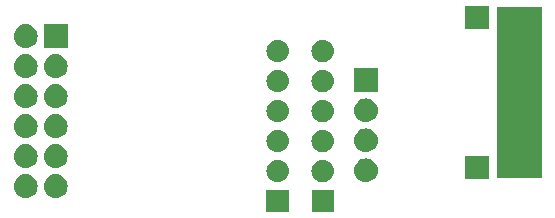
<source format=gbs>
G04 #@! TF.GenerationSoftware,KiCad,Pcbnew,(5.1.4)-1*
G04 #@! TF.CreationDate,2020-04-10T17:06:02+01:00*
G04 #@! TF.ProjectId,buffer,62756666-6572-42e6-9b69-6361645f7063,rev?*
G04 #@! TF.SameCoordinates,Original*
G04 #@! TF.FileFunction,Soldermask,Bot*
G04 #@! TF.FilePolarity,Negative*
%FSLAX46Y46*%
G04 Gerber Fmt 4.6, Leading zero omitted, Abs format (unit mm)*
G04 Created by KiCad (PCBNEW (5.1.4)-1) date 2020-04-10 17:06:02*
%MOMM*%
%LPD*%
G04 APERTURE LIST*
%ADD10C,0.100000*%
G04 APERTURE END LIST*
D10*
G36*
X63912340Y-49283660D02*
G01*
X62012340Y-49283660D01*
X62012340Y-47383660D01*
X63912340Y-47383660D01*
X63912340Y-49283660D01*
X63912340Y-49283660D01*
G37*
G36*
X60094720Y-49278580D02*
G01*
X58194720Y-49278580D01*
X58194720Y-47378580D01*
X60094720Y-47378580D01*
X60094720Y-49278580D01*
X60094720Y-49278580D01*
G37*
G36*
X40549836Y-46090830D02*
G01*
X40738332Y-46148009D01*
X40912058Y-46240868D01*
X41064328Y-46365832D01*
X41189292Y-46518102D01*
X41282151Y-46691828D01*
X41339330Y-46880324D01*
X41358638Y-47076360D01*
X41339330Y-47272396D01*
X41282151Y-47460892D01*
X41189292Y-47634618D01*
X41064328Y-47786888D01*
X40912058Y-47911852D01*
X40738332Y-48004711D01*
X40549836Y-48061890D01*
X40402920Y-48076360D01*
X40304680Y-48076360D01*
X40157764Y-48061890D01*
X39969268Y-48004711D01*
X39795542Y-47911852D01*
X39643272Y-47786888D01*
X39518308Y-47634618D01*
X39425449Y-47460892D01*
X39368270Y-47272396D01*
X39348962Y-47076360D01*
X39368270Y-46880324D01*
X39425449Y-46691828D01*
X39518308Y-46518102D01*
X39643272Y-46365832D01*
X39795542Y-46240868D01*
X39969268Y-46148009D01*
X40157764Y-46090830D01*
X40304680Y-46076360D01*
X40402920Y-46076360D01*
X40549836Y-46090830D01*
X40549836Y-46090830D01*
G37*
G36*
X38009836Y-46090830D02*
G01*
X38198332Y-46148009D01*
X38372058Y-46240868D01*
X38524328Y-46365832D01*
X38649292Y-46518102D01*
X38742151Y-46691828D01*
X38799330Y-46880324D01*
X38818638Y-47076360D01*
X38799330Y-47272396D01*
X38742151Y-47460892D01*
X38649292Y-47634618D01*
X38524328Y-47786888D01*
X38372058Y-47911852D01*
X38198332Y-48004711D01*
X38009836Y-48061890D01*
X37862920Y-48076360D01*
X37764680Y-48076360D01*
X37617764Y-48061890D01*
X37429268Y-48004711D01*
X37255542Y-47911852D01*
X37103272Y-47786888D01*
X36978308Y-47634618D01*
X36885449Y-47460892D01*
X36828270Y-47272396D01*
X36808962Y-47076360D01*
X36828270Y-46880324D01*
X36885449Y-46691828D01*
X36978308Y-46518102D01*
X37103272Y-46365832D01*
X37255542Y-46240868D01*
X37429268Y-46148009D01*
X37617764Y-46090830D01*
X37764680Y-46076360D01*
X37862920Y-46076360D01*
X38009836Y-46090830D01*
X38009836Y-46090830D01*
G37*
G36*
X63148573Y-44857406D02*
G01*
X63238110Y-44884567D01*
X63327648Y-44911728D01*
X63492685Y-44999942D01*
X63637341Y-45118659D01*
X63756058Y-45263315D01*
X63844272Y-45428352D01*
X63898594Y-45607428D01*
X63916936Y-45793660D01*
X63898594Y-45979892D01*
X63844272Y-46158968D01*
X63756058Y-46324005D01*
X63637341Y-46468661D01*
X63492685Y-46587378D01*
X63327648Y-46675592D01*
X63274125Y-46691828D01*
X63148573Y-46729914D01*
X63009005Y-46743660D01*
X62915675Y-46743660D01*
X62776107Y-46729914D01*
X62650555Y-46691828D01*
X62597032Y-46675592D01*
X62431995Y-46587378D01*
X62287339Y-46468661D01*
X62168622Y-46324005D01*
X62080408Y-46158968D01*
X62026086Y-45979892D01*
X62007744Y-45793660D01*
X62026086Y-45607428D01*
X62080408Y-45428352D01*
X62168622Y-45263315D01*
X62287339Y-45118659D01*
X62431995Y-44999942D01*
X62597032Y-44911728D01*
X62686570Y-44884567D01*
X62776107Y-44857406D01*
X62915675Y-44843660D01*
X63009005Y-44843660D01*
X63148573Y-44857406D01*
X63148573Y-44857406D01*
G37*
G36*
X59330953Y-44852326D02*
G01*
X59347699Y-44857406D01*
X59510028Y-44906648D01*
X59675065Y-44994862D01*
X59819721Y-45113579D01*
X59938438Y-45258235D01*
X60026652Y-45423272D01*
X60080974Y-45602348D01*
X60099316Y-45788580D01*
X60080974Y-45974812D01*
X60026652Y-46153888D01*
X59938438Y-46318925D01*
X59819721Y-46463581D01*
X59675065Y-46582298D01*
X59510028Y-46670512D01*
X59493281Y-46675592D01*
X59330953Y-46724834D01*
X59191385Y-46738580D01*
X59098055Y-46738580D01*
X58958487Y-46724834D01*
X58796159Y-46675592D01*
X58779412Y-46670512D01*
X58614375Y-46582298D01*
X58469719Y-46463581D01*
X58351002Y-46318925D01*
X58262788Y-46153888D01*
X58208466Y-45974812D01*
X58190124Y-45788580D01*
X58208466Y-45602348D01*
X58262788Y-45423272D01*
X58351002Y-45258235D01*
X58469719Y-45113579D01*
X58614375Y-44994862D01*
X58779412Y-44906648D01*
X58941741Y-44857406D01*
X58958487Y-44852326D01*
X59098055Y-44838580D01*
X59191385Y-44838580D01*
X59330953Y-44852326D01*
X59330953Y-44852326D01*
G37*
G36*
X66813436Y-44744630D02*
G01*
X67001932Y-44801809D01*
X67175658Y-44894668D01*
X67327928Y-45019632D01*
X67452892Y-45171902D01*
X67545751Y-45345628D01*
X67602930Y-45534124D01*
X67622238Y-45730160D01*
X67602930Y-45926196D01*
X67545751Y-46114692D01*
X67452892Y-46288418D01*
X67327928Y-46440688D01*
X67175658Y-46565652D01*
X67001932Y-46658511D01*
X66813436Y-46715690D01*
X66666520Y-46730160D01*
X66568280Y-46730160D01*
X66421364Y-46715690D01*
X66232868Y-46658511D01*
X66059142Y-46565652D01*
X65906872Y-46440688D01*
X65781908Y-46288418D01*
X65689049Y-46114692D01*
X65631870Y-45926196D01*
X65612562Y-45730160D01*
X65631870Y-45534124D01*
X65689049Y-45345628D01*
X65781908Y-45171902D01*
X65906872Y-45019632D01*
X66059142Y-44894668D01*
X66232868Y-44801809D01*
X66421364Y-44744630D01*
X66568280Y-44730160D01*
X66666520Y-44730160D01*
X66813436Y-44744630D01*
X66813436Y-44744630D01*
G37*
G36*
X77033180Y-46504100D02*
G01*
X75033180Y-46504100D01*
X75033180Y-44504100D01*
X77033180Y-44504100D01*
X77033180Y-46504100D01*
X77033180Y-46504100D01*
G37*
G36*
X81501880Y-46381240D02*
G01*
X77701880Y-46381240D01*
X77701880Y-31881240D01*
X81501880Y-31881240D01*
X81501880Y-46381240D01*
X81501880Y-46381240D01*
G37*
G36*
X40549836Y-43550830D02*
G01*
X40738332Y-43608009D01*
X40912058Y-43700868D01*
X41064328Y-43825832D01*
X41189292Y-43978102D01*
X41282151Y-44151828D01*
X41339330Y-44340324D01*
X41358638Y-44536360D01*
X41339330Y-44732396D01*
X41282151Y-44920892D01*
X41189292Y-45094618D01*
X41064328Y-45246888D01*
X40912058Y-45371852D01*
X40738332Y-45464711D01*
X40549836Y-45521890D01*
X40402920Y-45536360D01*
X40304680Y-45536360D01*
X40157764Y-45521890D01*
X39969268Y-45464711D01*
X39795542Y-45371852D01*
X39643272Y-45246888D01*
X39518308Y-45094618D01*
X39425449Y-44920892D01*
X39368270Y-44732396D01*
X39348962Y-44536360D01*
X39368270Y-44340324D01*
X39425449Y-44151828D01*
X39518308Y-43978102D01*
X39643272Y-43825832D01*
X39795542Y-43700868D01*
X39969268Y-43608009D01*
X40157764Y-43550830D01*
X40304680Y-43536360D01*
X40402920Y-43536360D01*
X40549836Y-43550830D01*
X40549836Y-43550830D01*
G37*
G36*
X38009836Y-43550830D02*
G01*
X38198332Y-43608009D01*
X38372058Y-43700868D01*
X38524328Y-43825832D01*
X38649292Y-43978102D01*
X38742151Y-44151828D01*
X38799330Y-44340324D01*
X38818638Y-44536360D01*
X38799330Y-44732396D01*
X38742151Y-44920892D01*
X38649292Y-45094618D01*
X38524328Y-45246888D01*
X38372058Y-45371852D01*
X38198332Y-45464711D01*
X38009836Y-45521890D01*
X37862920Y-45536360D01*
X37764680Y-45536360D01*
X37617764Y-45521890D01*
X37429268Y-45464711D01*
X37255542Y-45371852D01*
X37103272Y-45246888D01*
X36978308Y-45094618D01*
X36885449Y-44920892D01*
X36828270Y-44732396D01*
X36808962Y-44536360D01*
X36828270Y-44340324D01*
X36885449Y-44151828D01*
X36978308Y-43978102D01*
X37103272Y-43825832D01*
X37255542Y-43700868D01*
X37429268Y-43608009D01*
X37617764Y-43550830D01*
X37764680Y-43536360D01*
X37862920Y-43536360D01*
X38009836Y-43550830D01*
X38009836Y-43550830D01*
G37*
G36*
X63148573Y-42317406D02*
G01*
X63238110Y-42344567D01*
X63327648Y-42371728D01*
X63492685Y-42459942D01*
X63637341Y-42578659D01*
X63756058Y-42723315D01*
X63844272Y-42888352D01*
X63898594Y-43067428D01*
X63916936Y-43253660D01*
X63898594Y-43439892D01*
X63844272Y-43618968D01*
X63756058Y-43784005D01*
X63637341Y-43928661D01*
X63492685Y-44047378D01*
X63327648Y-44135592D01*
X63274125Y-44151828D01*
X63148573Y-44189914D01*
X63009005Y-44203660D01*
X62915675Y-44203660D01*
X62776107Y-44189914D01*
X62650555Y-44151828D01*
X62597032Y-44135592D01*
X62431995Y-44047378D01*
X62287339Y-43928661D01*
X62168622Y-43784005D01*
X62080408Y-43618968D01*
X62026086Y-43439892D01*
X62007744Y-43253660D01*
X62026086Y-43067428D01*
X62080408Y-42888352D01*
X62168622Y-42723315D01*
X62287339Y-42578659D01*
X62431995Y-42459942D01*
X62597032Y-42371728D01*
X62686570Y-42344567D01*
X62776107Y-42317406D01*
X62915675Y-42303660D01*
X63009005Y-42303660D01*
X63148573Y-42317406D01*
X63148573Y-42317406D01*
G37*
G36*
X59330953Y-42312326D02*
G01*
X59347699Y-42317406D01*
X59510028Y-42366648D01*
X59675065Y-42454862D01*
X59819721Y-42573579D01*
X59938438Y-42718235D01*
X60026652Y-42883272D01*
X60080974Y-43062348D01*
X60099316Y-43248580D01*
X60080974Y-43434812D01*
X60026652Y-43613888D01*
X59938438Y-43778925D01*
X59819721Y-43923581D01*
X59675065Y-44042298D01*
X59510028Y-44130512D01*
X59493281Y-44135592D01*
X59330953Y-44184834D01*
X59191385Y-44198580D01*
X59098055Y-44198580D01*
X58958487Y-44184834D01*
X58796159Y-44135592D01*
X58779412Y-44130512D01*
X58614375Y-44042298D01*
X58469719Y-43923581D01*
X58351002Y-43778925D01*
X58262788Y-43613888D01*
X58208466Y-43434812D01*
X58190124Y-43248580D01*
X58208466Y-43062348D01*
X58262788Y-42883272D01*
X58351002Y-42718235D01*
X58469719Y-42573579D01*
X58614375Y-42454862D01*
X58779412Y-42366648D01*
X58941741Y-42317406D01*
X58958487Y-42312326D01*
X59098055Y-42298580D01*
X59191385Y-42298580D01*
X59330953Y-42312326D01*
X59330953Y-42312326D01*
G37*
G36*
X66813436Y-42204630D02*
G01*
X67001932Y-42261809D01*
X67175658Y-42354668D01*
X67327928Y-42479632D01*
X67452892Y-42631902D01*
X67545751Y-42805628D01*
X67602930Y-42994124D01*
X67622238Y-43190160D01*
X67602930Y-43386196D01*
X67545751Y-43574692D01*
X67452892Y-43748418D01*
X67327928Y-43900688D01*
X67175658Y-44025652D01*
X67001932Y-44118511D01*
X66813436Y-44175690D01*
X66666520Y-44190160D01*
X66568280Y-44190160D01*
X66421364Y-44175690D01*
X66232868Y-44118511D01*
X66059142Y-44025652D01*
X65906872Y-43900688D01*
X65781908Y-43748418D01*
X65689049Y-43574692D01*
X65631870Y-43386196D01*
X65612562Y-43190160D01*
X65631870Y-42994124D01*
X65689049Y-42805628D01*
X65781908Y-42631902D01*
X65906872Y-42479632D01*
X66059142Y-42354668D01*
X66232868Y-42261809D01*
X66421364Y-42204630D01*
X66568280Y-42190160D01*
X66666520Y-42190160D01*
X66813436Y-42204630D01*
X66813436Y-42204630D01*
G37*
G36*
X38009836Y-41010830D02*
G01*
X38198332Y-41068009D01*
X38372058Y-41160868D01*
X38524328Y-41285832D01*
X38649292Y-41438102D01*
X38742151Y-41611828D01*
X38799330Y-41800324D01*
X38818638Y-41996360D01*
X38799330Y-42192396D01*
X38742151Y-42380892D01*
X38649292Y-42554618D01*
X38524328Y-42706888D01*
X38372058Y-42831852D01*
X38198332Y-42924711D01*
X38009836Y-42981890D01*
X37862920Y-42996360D01*
X37764680Y-42996360D01*
X37617764Y-42981890D01*
X37429268Y-42924711D01*
X37255542Y-42831852D01*
X37103272Y-42706888D01*
X36978308Y-42554618D01*
X36885449Y-42380892D01*
X36828270Y-42192396D01*
X36808962Y-41996360D01*
X36828270Y-41800324D01*
X36885449Y-41611828D01*
X36978308Y-41438102D01*
X37103272Y-41285832D01*
X37255542Y-41160868D01*
X37429268Y-41068009D01*
X37617764Y-41010830D01*
X37764680Y-40996360D01*
X37862920Y-40996360D01*
X38009836Y-41010830D01*
X38009836Y-41010830D01*
G37*
G36*
X40549836Y-41010830D02*
G01*
X40738332Y-41068009D01*
X40912058Y-41160868D01*
X41064328Y-41285832D01*
X41189292Y-41438102D01*
X41282151Y-41611828D01*
X41339330Y-41800324D01*
X41358638Y-41996360D01*
X41339330Y-42192396D01*
X41282151Y-42380892D01*
X41189292Y-42554618D01*
X41064328Y-42706888D01*
X40912058Y-42831852D01*
X40738332Y-42924711D01*
X40549836Y-42981890D01*
X40402920Y-42996360D01*
X40304680Y-42996360D01*
X40157764Y-42981890D01*
X39969268Y-42924711D01*
X39795542Y-42831852D01*
X39643272Y-42706888D01*
X39518308Y-42554618D01*
X39425449Y-42380892D01*
X39368270Y-42192396D01*
X39348962Y-41996360D01*
X39368270Y-41800324D01*
X39425449Y-41611828D01*
X39518308Y-41438102D01*
X39643272Y-41285832D01*
X39795542Y-41160868D01*
X39969268Y-41068009D01*
X40157764Y-41010830D01*
X40304680Y-40996360D01*
X40402920Y-40996360D01*
X40549836Y-41010830D01*
X40549836Y-41010830D01*
G37*
G36*
X63148573Y-39777406D02*
G01*
X63238110Y-39804567D01*
X63327648Y-39831728D01*
X63492685Y-39919942D01*
X63637341Y-40038659D01*
X63756058Y-40183315D01*
X63844272Y-40348352D01*
X63898594Y-40527428D01*
X63916936Y-40713660D01*
X63898594Y-40899892D01*
X63844272Y-41078968D01*
X63756058Y-41244005D01*
X63637341Y-41388661D01*
X63492685Y-41507378D01*
X63327648Y-41595592D01*
X63274125Y-41611828D01*
X63148573Y-41649914D01*
X63009005Y-41663660D01*
X62915675Y-41663660D01*
X62776107Y-41649914D01*
X62650555Y-41611828D01*
X62597032Y-41595592D01*
X62431995Y-41507378D01*
X62287339Y-41388661D01*
X62168622Y-41244005D01*
X62080408Y-41078968D01*
X62026086Y-40899892D01*
X62007744Y-40713660D01*
X62026086Y-40527428D01*
X62080408Y-40348352D01*
X62168622Y-40183315D01*
X62287339Y-40038659D01*
X62431995Y-39919942D01*
X62597032Y-39831728D01*
X62686570Y-39804567D01*
X62776107Y-39777406D01*
X62915675Y-39763660D01*
X63009005Y-39763660D01*
X63148573Y-39777406D01*
X63148573Y-39777406D01*
G37*
G36*
X59330953Y-39772326D02*
G01*
X59347699Y-39777406D01*
X59510028Y-39826648D01*
X59675065Y-39914862D01*
X59819721Y-40033579D01*
X59938438Y-40178235D01*
X60026652Y-40343272D01*
X60080974Y-40522348D01*
X60099316Y-40708580D01*
X60080974Y-40894812D01*
X60026652Y-41073888D01*
X59938438Y-41238925D01*
X59819721Y-41383581D01*
X59675065Y-41502298D01*
X59510028Y-41590512D01*
X59493281Y-41595592D01*
X59330953Y-41644834D01*
X59191385Y-41658580D01*
X59098055Y-41658580D01*
X58958487Y-41644834D01*
X58796159Y-41595592D01*
X58779412Y-41590512D01*
X58614375Y-41502298D01*
X58469719Y-41383581D01*
X58351002Y-41238925D01*
X58262788Y-41073888D01*
X58208466Y-40894812D01*
X58190124Y-40708580D01*
X58208466Y-40522348D01*
X58262788Y-40343272D01*
X58351002Y-40178235D01*
X58469719Y-40033579D01*
X58614375Y-39914862D01*
X58779412Y-39826648D01*
X58941741Y-39777406D01*
X58958487Y-39772326D01*
X59098055Y-39758580D01*
X59191385Y-39758580D01*
X59330953Y-39772326D01*
X59330953Y-39772326D01*
G37*
G36*
X66813436Y-39664630D02*
G01*
X67001932Y-39721809D01*
X67175658Y-39814668D01*
X67327928Y-39939632D01*
X67452892Y-40091902D01*
X67545751Y-40265628D01*
X67602930Y-40454124D01*
X67622238Y-40650160D01*
X67602930Y-40846196D01*
X67545751Y-41034692D01*
X67452892Y-41208418D01*
X67327928Y-41360688D01*
X67175658Y-41485652D01*
X67001932Y-41578511D01*
X66813436Y-41635690D01*
X66666520Y-41650160D01*
X66568280Y-41650160D01*
X66421364Y-41635690D01*
X66232868Y-41578511D01*
X66059142Y-41485652D01*
X65906872Y-41360688D01*
X65781908Y-41208418D01*
X65689049Y-41034692D01*
X65631870Y-40846196D01*
X65612562Y-40650160D01*
X65631870Y-40454124D01*
X65689049Y-40265628D01*
X65781908Y-40091902D01*
X65906872Y-39939632D01*
X66059142Y-39814668D01*
X66232868Y-39721809D01*
X66421364Y-39664630D01*
X66568280Y-39650160D01*
X66666520Y-39650160D01*
X66813436Y-39664630D01*
X66813436Y-39664630D01*
G37*
G36*
X38009836Y-38470830D02*
G01*
X38198332Y-38528009D01*
X38372058Y-38620868D01*
X38524328Y-38745832D01*
X38649292Y-38898102D01*
X38742151Y-39071828D01*
X38799330Y-39260324D01*
X38818638Y-39456360D01*
X38799330Y-39652396D01*
X38742151Y-39840892D01*
X38649292Y-40014618D01*
X38524328Y-40166888D01*
X38372058Y-40291852D01*
X38198332Y-40384711D01*
X38009836Y-40441890D01*
X37862920Y-40456360D01*
X37764680Y-40456360D01*
X37617764Y-40441890D01*
X37429268Y-40384711D01*
X37255542Y-40291852D01*
X37103272Y-40166888D01*
X36978308Y-40014618D01*
X36885449Y-39840892D01*
X36828270Y-39652396D01*
X36808962Y-39456360D01*
X36828270Y-39260324D01*
X36885449Y-39071828D01*
X36978308Y-38898102D01*
X37103272Y-38745832D01*
X37255542Y-38620868D01*
X37429268Y-38528009D01*
X37617764Y-38470830D01*
X37764680Y-38456360D01*
X37862920Y-38456360D01*
X38009836Y-38470830D01*
X38009836Y-38470830D01*
G37*
G36*
X40549836Y-38470830D02*
G01*
X40738332Y-38528009D01*
X40912058Y-38620868D01*
X41064328Y-38745832D01*
X41189292Y-38898102D01*
X41282151Y-39071828D01*
X41339330Y-39260324D01*
X41358638Y-39456360D01*
X41339330Y-39652396D01*
X41282151Y-39840892D01*
X41189292Y-40014618D01*
X41064328Y-40166888D01*
X40912058Y-40291852D01*
X40738332Y-40384711D01*
X40549836Y-40441890D01*
X40402920Y-40456360D01*
X40304680Y-40456360D01*
X40157764Y-40441890D01*
X39969268Y-40384711D01*
X39795542Y-40291852D01*
X39643272Y-40166888D01*
X39518308Y-40014618D01*
X39425449Y-39840892D01*
X39368270Y-39652396D01*
X39348962Y-39456360D01*
X39368270Y-39260324D01*
X39425449Y-39071828D01*
X39518308Y-38898102D01*
X39643272Y-38745832D01*
X39795542Y-38620868D01*
X39969268Y-38528009D01*
X40157764Y-38470830D01*
X40304680Y-38456360D01*
X40402920Y-38456360D01*
X40549836Y-38470830D01*
X40549836Y-38470830D01*
G37*
G36*
X63148573Y-37237406D02*
G01*
X63238110Y-37264567D01*
X63327648Y-37291728D01*
X63492685Y-37379942D01*
X63637341Y-37498659D01*
X63756058Y-37643315D01*
X63844272Y-37808352D01*
X63898594Y-37987428D01*
X63916936Y-38173660D01*
X63898594Y-38359892D01*
X63844272Y-38538968D01*
X63756058Y-38704005D01*
X63637341Y-38848661D01*
X63492685Y-38967378D01*
X63327648Y-39055592D01*
X63274125Y-39071828D01*
X63148573Y-39109914D01*
X63009005Y-39123660D01*
X62915675Y-39123660D01*
X62776107Y-39109914D01*
X62650555Y-39071828D01*
X62597032Y-39055592D01*
X62431995Y-38967378D01*
X62287339Y-38848661D01*
X62168622Y-38704005D01*
X62080408Y-38538968D01*
X62026086Y-38359892D01*
X62007744Y-38173660D01*
X62026086Y-37987428D01*
X62080408Y-37808352D01*
X62168622Y-37643315D01*
X62287339Y-37498659D01*
X62431995Y-37379942D01*
X62597032Y-37291728D01*
X62686570Y-37264567D01*
X62776107Y-37237406D01*
X62915675Y-37223660D01*
X63009005Y-37223660D01*
X63148573Y-37237406D01*
X63148573Y-37237406D01*
G37*
G36*
X59330953Y-37232326D02*
G01*
X59347699Y-37237406D01*
X59510028Y-37286648D01*
X59675065Y-37374862D01*
X59819721Y-37493579D01*
X59938438Y-37638235D01*
X60026652Y-37803272D01*
X60080974Y-37982348D01*
X60099316Y-38168580D01*
X60080974Y-38354812D01*
X60026652Y-38533888D01*
X59938438Y-38698925D01*
X59819721Y-38843581D01*
X59675065Y-38962298D01*
X59510028Y-39050512D01*
X59493281Y-39055592D01*
X59330953Y-39104834D01*
X59191385Y-39118580D01*
X59098055Y-39118580D01*
X58958487Y-39104834D01*
X58796159Y-39055592D01*
X58779412Y-39050512D01*
X58614375Y-38962298D01*
X58469719Y-38843581D01*
X58351002Y-38698925D01*
X58262788Y-38533888D01*
X58208466Y-38354812D01*
X58190124Y-38168580D01*
X58208466Y-37982348D01*
X58262788Y-37803272D01*
X58351002Y-37638235D01*
X58469719Y-37493579D01*
X58614375Y-37374862D01*
X58779412Y-37286648D01*
X58941741Y-37237406D01*
X58958487Y-37232326D01*
X59098055Y-37218580D01*
X59191385Y-37218580D01*
X59330953Y-37232326D01*
X59330953Y-37232326D01*
G37*
G36*
X67617400Y-39110160D02*
G01*
X65617400Y-39110160D01*
X65617400Y-37110160D01*
X67617400Y-37110160D01*
X67617400Y-39110160D01*
X67617400Y-39110160D01*
G37*
G36*
X38009836Y-35930830D02*
G01*
X38198332Y-35988009D01*
X38372058Y-36080868D01*
X38524328Y-36205832D01*
X38649292Y-36358102D01*
X38742151Y-36531828D01*
X38799330Y-36720324D01*
X38818638Y-36916360D01*
X38799330Y-37112396D01*
X38742151Y-37300892D01*
X38649292Y-37474618D01*
X38524328Y-37626888D01*
X38372058Y-37751852D01*
X38198332Y-37844711D01*
X38009836Y-37901890D01*
X37862920Y-37916360D01*
X37764680Y-37916360D01*
X37617764Y-37901890D01*
X37429268Y-37844711D01*
X37255542Y-37751852D01*
X37103272Y-37626888D01*
X36978308Y-37474618D01*
X36885449Y-37300892D01*
X36828270Y-37112396D01*
X36808962Y-36916360D01*
X36828270Y-36720324D01*
X36885449Y-36531828D01*
X36978308Y-36358102D01*
X37103272Y-36205832D01*
X37255542Y-36080868D01*
X37429268Y-35988009D01*
X37617764Y-35930830D01*
X37764680Y-35916360D01*
X37862920Y-35916360D01*
X38009836Y-35930830D01*
X38009836Y-35930830D01*
G37*
G36*
X40549836Y-35930830D02*
G01*
X40738332Y-35988009D01*
X40912058Y-36080868D01*
X41064328Y-36205832D01*
X41189292Y-36358102D01*
X41282151Y-36531828D01*
X41339330Y-36720324D01*
X41358638Y-36916360D01*
X41339330Y-37112396D01*
X41282151Y-37300892D01*
X41189292Y-37474618D01*
X41064328Y-37626888D01*
X40912058Y-37751852D01*
X40738332Y-37844711D01*
X40549836Y-37901890D01*
X40402920Y-37916360D01*
X40304680Y-37916360D01*
X40157764Y-37901890D01*
X39969268Y-37844711D01*
X39795542Y-37751852D01*
X39643272Y-37626888D01*
X39518308Y-37474618D01*
X39425449Y-37300892D01*
X39368270Y-37112396D01*
X39348962Y-36916360D01*
X39368270Y-36720324D01*
X39425449Y-36531828D01*
X39518308Y-36358102D01*
X39643272Y-36205832D01*
X39795542Y-36080868D01*
X39969268Y-35988009D01*
X40157764Y-35930830D01*
X40304680Y-35916360D01*
X40402920Y-35916360D01*
X40549836Y-35930830D01*
X40549836Y-35930830D01*
G37*
G36*
X63148573Y-34697406D02*
G01*
X63238110Y-34724567D01*
X63327648Y-34751728D01*
X63492685Y-34839942D01*
X63637341Y-34958659D01*
X63756058Y-35103315D01*
X63844272Y-35268352D01*
X63898594Y-35447428D01*
X63916936Y-35633660D01*
X63898594Y-35819892D01*
X63844272Y-35998968D01*
X63756058Y-36164005D01*
X63637341Y-36308661D01*
X63492685Y-36427378D01*
X63327648Y-36515592D01*
X63274125Y-36531828D01*
X63148573Y-36569914D01*
X63009005Y-36583660D01*
X62915675Y-36583660D01*
X62776107Y-36569914D01*
X62650555Y-36531828D01*
X62597032Y-36515592D01*
X62431995Y-36427378D01*
X62287339Y-36308661D01*
X62168622Y-36164005D01*
X62080408Y-35998968D01*
X62026086Y-35819892D01*
X62007744Y-35633660D01*
X62026086Y-35447428D01*
X62080408Y-35268352D01*
X62168622Y-35103315D01*
X62287339Y-34958659D01*
X62431995Y-34839942D01*
X62597032Y-34751728D01*
X62686570Y-34724567D01*
X62776107Y-34697406D01*
X62915675Y-34683660D01*
X63009005Y-34683660D01*
X63148573Y-34697406D01*
X63148573Y-34697406D01*
G37*
G36*
X59330953Y-34692326D02*
G01*
X59347699Y-34697406D01*
X59510028Y-34746648D01*
X59675065Y-34834862D01*
X59819721Y-34953579D01*
X59938438Y-35098235D01*
X60026652Y-35263272D01*
X60080974Y-35442348D01*
X60099316Y-35628580D01*
X60080974Y-35814812D01*
X60026652Y-35993888D01*
X59938438Y-36158925D01*
X59819721Y-36303581D01*
X59675065Y-36422298D01*
X59510028Y-36510512D01*
X59493281Y-36515592D01*
X59330953Y-36564834D01*
X59191385Y-36578580D01*
X59098055Y-36578580D01*
X58958487Y-36564834D01*
X58796159Y-36515592D01*
X58779412Y-36510512D01*
X58614375Y-36422298D01*
X58469719Y-36303581D01*
X58351002Y-36158925D01*
X58262788Y-35993888D01*
X58208466Y-35814812D01*
X58190124Y-35628580D01*
X58208466Y-35442348D01*
X58262788Y-35263272D01*
X58351002Y-35098235D01*
X58469719Y-34953579D01*
X58614375Y-34834862D01*
X58779412Y-34746648D01*
X58941741Y-34697406D01*
X58958487Y-34692326D01*
X59098055Y-34678580D01*
X59191385Y-34678580D01*
X59330953Y-34692326D01*
X59330953Y-34692326D01*
G37*
G36*
X38009836Y-33390830D02*
G01*
X38198332Y-33448009D01*
X38372058Y-33540868D01*
X38524328Y-33665832D01*
X38649292Y-33818102D01*
X38742151Y-33991828D01*
X38799330Y-34180324D01*
X38818638Y-34376360D01*
X38799330Y-34572396D01*
X38742151Y-34760892D01*
X38649292Y-34934618D01*
X38524328Y-35086888D01*
X38372058Y-35211852D01*
X38198332Y-35304711D01*
X38009836Y-35361890D01*
X37862920Y-35376360D01*
X37764680Y-35376360D01*
X37617764Y-35361890D01*
X37429268Y-35304711D01*
X37255542Y-35211852D01*
X37103272Y-35086888D01*
X36978308Y-34934618D01*
X36885449Y-34760892D01*
X36828270Y-34572396D01*
X36808962Y-34376360D01*
X36828270Y-34180324D01*
X36885449Y-33991828D01*
X36978308Y-33818102D01*
X37103272Y-33665832D01*
X37255542Y-33540868D01*
X37429268Y-33448009D01*
X37617764Y-33390830D01*
X37764680Y-33376360D01*
X37862920Y-33376360D01*
X38009836Y-33390830D01*
X38009836Y-33390830D01*
G37*
G36*
X41353800Y-35376360D02*
G01*
X39353800Y-35376360D01*
X39353800Y-33376360D01*
X41353800Y-33376360D01*
X41353800Y-35376360D01*
X41353800Y-35376360D01*
G37*
G36*
X77040800Y-33801560D02*
G01*
X75040800Y-33801560D01*
X75040800Y-31801560D01*
X77040800Y-31801560D01*
X77040800Y-33801560D01*
X77040800Y-33801560D01*
G37*
M02*

</source>
